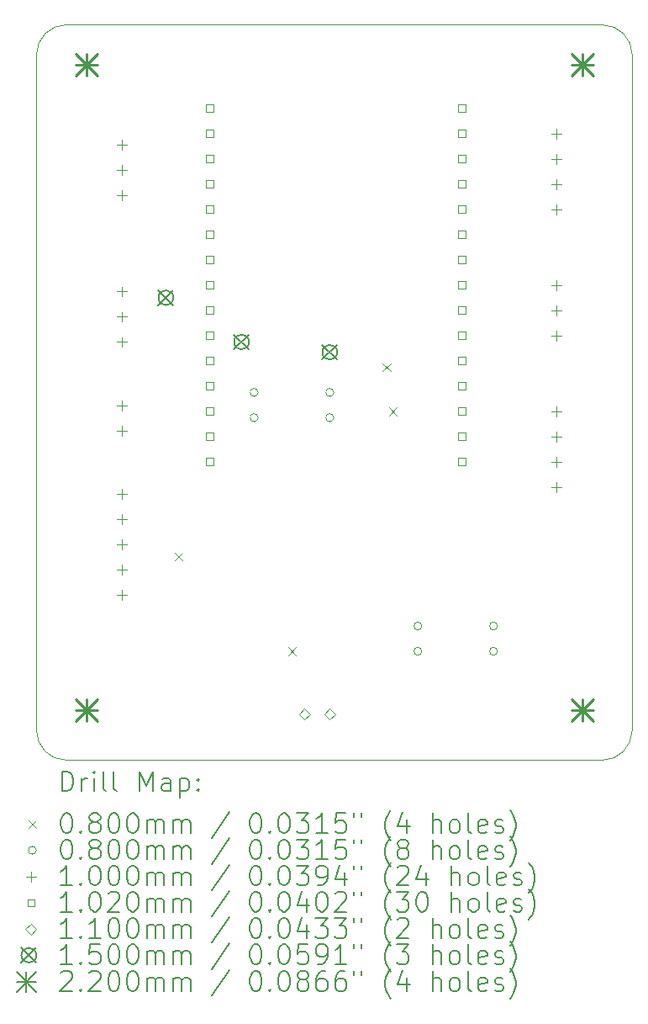
<source format=gbr>
%TF.GenerationSoftware,KiCad,Pcbnew,(6.0.7)*%
%TF.CreationDate,2022-08-26T02:08:34+02:00*%
%TF.ProjectId,airpcb_smd,61697270-6362-45f7-936d-642e6b696361,rev?*%
%TF.SameCoordinates,Original*%
%TF.FileFunction,Drillmap*%
%TF.FilePolarity,Positive*%
%FSLAX45Y45*%
G04 Gerber Fmt 4.5, Leading zero omitted, Abs format (unit mm)*
G04 Created by KiCad (PCBNEW (6.0.7)) date 2022-08-26 02:08:34*
%MOMM*%
%LPD*%
G01*
G04 APERTURE LIST*
%ADD10C,0.050000*%
%ADD11C,0.200000*%
%ADD12C,0.080000*%
%ADD13C,0.100000*%
%ADD14C,0.102000*%
%ADD15C,0.110000*%
%ADD16C,0.150000*%
%ADD17C,0.220000*%
G04 APERTURE END LIST*
D10*
X10300000Y-5000000D02*
G75*
G03*
X10000000Y-5300000I0J-300000D01*
G01*
X10300000Y-5000000D02*
X15700000Y-5000000D01*
X10000000Y-12100000D02*
G75*
G03*
X10300000Y-12400000I300000J0D01*
G01*
X16000000Y-5300000D02*
G75*
G03*
X15700000Y-5000000I-300000J0D01*
G01*
X16000000Y-5300000D02*
X16000000Y-12100000D01*
X10300000Y-12400000D02*
X15700000Y-12400000D01*
X10000000Y-5300000D02*
X10000000Y-12100000D01*
X15700000Y-12400000D02*
G75*
G03*
X16000000Y-12100000I0J300000D01*
G01*
D11*
D12*
X11390000Y-10310500D02*
X11470000Y-10390500D01*
X11470000Y-10310500D02*
X11390000Y-10390500D01*
X12533000Y-11263000D02*
X12613000Y-11343000D01*
X12613000Y-11263000D02*
X12533000Y-11343000D01*
X13485500Y-8405500D02*
X13565500Y-8485500D01*
X13565500Y-8405500D02*
X13485500Y-8485500D01*
X13549000Y-8850000D02*
X13629000Y-8930000D01*
X13629000Y-8850000D02*
X13549000Y-8930000D01*
X12232000Y-8699500D02*
G75*
G03*
X12232000Y-8699500I-40000J0D01*
G01*
X12232000Y-8953500D02*
G75*
G03*
X12232000Y-8953500I-40000J0D01*
G01*
X12994000Y-8699500D02*
G75*
G03*
X12994000Y-8699500I-40000J0D01*
G01*
X12994000Y-8953500D02*
G75*
G03*
X12994000Y-8953500I-40000J0D01*
G01*
X13882000Y-11049500D02*
G75*
G03*
X13882000Y-11049500I-40000J0D01*
G01*
X13882000Y-11303500D02*
G75*
G03*
X13882000Y-11303500I-40000J0D01*
G01*
X14644000Y-11049500D02*
G75*
G03*
X14644000Y-11049500I-40000J0D01*
G01*
X14644000Y-11303500D02*
G75*
G03*
X14644000Y-11303500I-40000J0D01*
G01*
D13*
X10858500Y-6156600D02*
X10858500Y-6256600D01*
X10808500Y-6206600D02*
X10908500Y-6206600D01*
X10858500Y-6410600D02*
X10858500Y-6510600D01*
X10808500Y-6460600D02*
X10908500Y-6460600D01*
X10858500Y-6664600D02*
X10858500Y-6764600D01*
X10808500Y-6714600D02*
X10908500Y-6714600D01*
X10858500Y-7633500D02*
X10858500Y-7733500D01*
X10808500Y-7683500D02*
X10908500Y-7683500D01*
X10858500Y-7887500D02*
X10858500Y-7987500D01*
X10808500Y-7937500D02*
X10908500Y-7937500D01*
X10858500Y-8141500D02*
X10858500Y-8241500D01*
X10808500Y-8191500D02*
X10908500Y-8191500D01*
X10861000Y-8778500D02*
X10861000Y-8878500D01*
X10811000Y-8828500D02*
X10911000Y-8828500D01*
X10861000Y-9032500D02*
X10861000Y-9132500D01*
X10811000Y-9082500D02*
X10911000Y-9082500D01*
X10861000Y-9668500D02*
X10861000Y-9768500D01*
X10811000Y-9718500D02*
X10911000Y-9718500D01*
X10861000Y-9922500D02*
X10861000Y-10022500D01*
X10811000Y-9972500D02*
X10911000Y-9972500D01*
X10861000Y-10176500D02*
X10861000Y-10276500D01*
X10811000Y-10226500D02*
X10911000Y-10226500D01*
X10861000Y-10430500D02*
X10861000Y-10530500D01*
X10811000Y-10480500D02*
X10911000Y-10480500D01*
X10861000Y-10684500D02*
X10861000Y-10784500D01*
X10811000Y-10734500D02*
X10911000Y-10734500D01*
X15240000Y-6046000D02*
X15240000Y-6146000D01*
X15190000Y-6096000D02*
X15290000Y-6096000D01*
X15240000Y-6300000D02*
X15240000Y-6400000D01*
X15190000Y-6350000D02*
X15290000Y-6350000D01*
X15240000Y-6554000D02*
X15240000Y-6654000D01*
X15190000Y-6604000D02*
X15290000Y-6604000D01*
X15240000Y-6808000D02*
X15240000Y-6908000D01*
X15190000Y-6858000D02*
X15290000Y-6858000D01*
X15240000Y-7570000D02*
X15240000Y-7670000D01*
X15190000Y-7620000D02*
X15290000Y-7620000D01*
X15240000Y-7824000D02*
X15240000Y-7924000D01*
X15190000Y-7874000D02*
X15290000Y-7874000D01*
X15240000Y-8078000D02*
X15240000Y-8178000D01*
X15190000Y-8128000D02*
X15290000Y-8128000D01*
X15240000Y-8840000D02*
X15240000Y-8940000D01*
X15190000Y-8890000D02*
X15290000Y-8890000D01*
X15240000Y-9094000D02*
X15240000Y-9194000D01*
X15190000Y-9144000D02*
X15290000Y-9144000D01*
X15240000Y-9348000D02*
X15240000Y-9448000D01*
X15190000Y-9398000D02*
X15290000Y-9398000D01*
X15240000Y-9602000D02*
X15240000Y-9702000D01*
X15190000Y-9652000D02*
X15290000Y-9652000D01*
D14*
X11782563Y-5873063D02*
X11782563Y-5800937D01*
X11710437Y-5800937D01*
X11710437Y-5873063D01*
X11782563Y-5873063D01*
X11782563Y-6127063D02*
X11782563Y-6054937D01*
X11710437Y-6054937D01*
X11710437Y-6127063D01*
X11782563Y-6127063D01*
X11782563Y-6381063D02*
X11782563Y-6308937D01*
X11710437Y-6308937D01*
X11710437Y-6381063D01*
X11782563Y-6381063D01*
X11782563Y-6635063D02*
X11782563Y-6562937D01*
X11710437Y-6562937D01*
X11710437Y-6635063D01*
X11782563Y-6635063D01*
X11782563Y-6889063D02*
X11782563Y-6816937D01*
X11710437Y-6816937D01*
X11710437Y-6889063D01*
X11782563Y-6889063D01*
X11782563Y-7143063D02*
X11782563Y-7070937D01*
X11710437Y-7070937D01*
X11710437Y-7143063D01*
X11782563Y-7143063D01*
X11782563Y-7397063D02*
X11782563Y-7324937D01*
X11710437Y-7324937D01*
X11710437Y-7397063D01*
X11782563Y-7397063D01*
X11782563Y-7651063D02*
X11782563Y-7578937D01*
X11710437Y-7578937D01*
X11710437Y-7651063D01*
X11782563Y-7651063D01*
X11782563Y-7905063D02*
X11782563Y-7832937D01*
X11710437Y-7832937D01*
X11710437Y-7905063D01*
X11782563Y-7905063D01*
X11782563Y-8159063D02*
X11782563Y-8086937D01*
X11710437Y-8086937D01*
X11710437Y-8159063D01*
X11782563Y-8159063D01*
X11782563Y-8413063D02*
X11782563Y-8340937D01*
X11710437Y-8340937D01*
X11710437Y-8413063D01*
X11782563Y-8413063D01*
X11782563Y-8667063D02*
X11782563Y-8594937D01*
X11710437Y-8594937D01*
X11710437Y-8667063D01*
X11782563Y-8667063D01*
X11782563Y-8921063D02*
X11782563Y-8848937D01*
X11710437Y-8848937D01*
X11710437Y-8921063D01*
X11782563Y-8921063D01*
X11782563Y-9175063D02*
X11782563Y-9102937D01*
X11710437Y-9102937D01*
X11710437Y-9175063D01*
X11782563Y-9175063D01*
X11782563Y-9429063D02*
X11782563Y-9356937D01*
X11710437Y-9356937D01*
X11710437Y-9429063D01*
X11782563Y-9429063D01*
X14322563Y-5873063D02*
X14322563Y-5800937D01*
X14250437Y-5800937D01*
X14250437Y-5873063D01*
X14322563Y-5873063D01*
X14322563Y-6127063D02*
X14322563Y-6054937D01*
X14250437Y-6054937D01*
X14250437Y-6127063D01*
X14322563Y-6127063D01*
X14322563Y-6381063D02*
X14322563Y-6308937D01*
X14250437Y-6308937D01*
X14250437Y-6381063D01*
X14322563Y-6381063D01*
X14322563Y-6635063D02*
X14322563Y-6562937D01*
X14250437Y-6562937D01*
X14250437Y-6635063D01*
X14322563Y-6635063D01*
X14322563Y-6889063D02*
X14322563Y-6816937D01*
X14250437Y-6816937D01*
X14250437Y-6889063D01*
X14322563Y-6889063D01*
X14322563Y-7143063D02*
X14322563Y-7070937D01*
X14250437Y-7070937D01*
X14250437Y-7143063D01*
X14322563Y-7143063D01*
X14322563Y-7397063D02*
X14322563Y-7324937D01*
X14250437Y-7324937D01*
X14250437Y-7397063D01*
X14322563Y-7397063D01*
X14322563Y-7651063D02*
X14322563Y-7578937D01*
X14250437Y-7578937D01*
X14250437Y-7651063D01*
X14322563Y-7651063D01*
X14322563Y-7905063D02*
X14322563Y-7832937D01*
X14250437Y-7832937D01*
X14250437Y-7905063D01*
X14322563Y-7905063D01*
X14322563Y-8159063D02*
X14322563Y-8086937D01*
X14250437Y-8086937D01*
X14250437Y-8159063D01*
X14322563Y-8159063D01*
X14322563Y-8413063D02*
X14322563Y-8340937D01*
X14250437Y-8340937D01*
X14250437Y-8413063D01*
X14322563Y-8413063D01*
X14322563Y-8667063D02*
X14322563Y-8594937D01*
X14250437Y-8594937D01*
X14250437Y-8667063D01*
X14322563Y-8667063D01*
X14322563Y-8921063D02*
X14322563Y-8848937D01*
X14250437Y-8848937D01*
X14250437Y-8921063D01*
X14322563Y-8921063D01*
X14322563Y-9175063D02*
X14322563Y-9102937D01*
X14250437Y-9102937D01*
X14250437Y-9175063D01*
X14322563Y-9175063D01*
X14322563Y-9429063D02*
X14322563Y-9356937D01*
X14250437Y-9356937D01*
X14250437Y-9429063D01*
X14322563Y-9429063D01*
D15*
X12700000Y-11993000D02*
X12755000Y-11938000D01*
X12700000Y-11883000D01*
X12645000Y-11938000D01*
X12700000Y-11993000D01*
X12954000Y-11993000D02*
X13009000Y-11938000D01*
X12954000Y-11883000D01*
X12899000Y-11938000D01*
X12954000Y-11993000D01*
D16*
X11228000Y-7672000D02*
X11378000Y-7822000D01*
X11378000Y-7672000D02*
X11228000Y-7822000D01*
X11378000Y-7747000D02*
G75*
G03*
X11378000Y-7747000I-75000J0D01*
G01*
X11990000Y-8116500D02*
X12140000Y-8266500D01*
X12140000Y-8116500D02*
X11990000Y-8266500D01*
X12140000Y-8191500D02*
G75*
G03*
X12140000Y-8191500I-75000J0D01*
G01*
X12879000Y-8219750D02*
X13029000Y-8369750D01*
X13029000Y-8219750D02*
X12879000Y-8369750D01*
X13029000Y-8294750D02*
G75*
G03*
X13029000Y-8294750I-75000J0D01*
G01*
D17*
X10390000Y-5290000D02*
X10610000Y-5510000D01*
X10610000Y-5290000D02*
X10390000Y-5510000D01*
X10500000Y-5290000D02*
X10500000Y-5510000D01*
X10390000Y-5400000D02*
X10610000Y-5400000D01*
X10390000Y-11790000D02*
X10610000Y-12010000D01*
X10610000Y-11790000D02*
X10390000Y-12010000D01*
X10500000Y-11790000D02*
X10500000Y-12010000D01*
X10390000Y-11900000D02*
X10610000Y-11900000D01*
X15390000Y-5290000D02*
X15610000Y-5510000D01*
X15610000Y-5290000D02*
X15390000Y-5510000D01*
X15500000Y-5290000D02*
X15500000Y-5510000D01*
X15390000Y-5400000D02*
X15610000Y-5400000D01*
X15390000Y-11790000D02*
X15610000Y-12010000D01*
X15610000Y-11790000D02*
X15390000Y-12010000D01*
X15500000Y-11790000D02*
X15500000Y-12010000D01*
X15390000Y-11900000D02*
X15610000Y-11900000D01*
D11*
X10255119Y-12712976D02*
X10255119Y-12512976D01*
X10302738Y-12512976D01*
X10331310Y-12522500D01*
X10350357Y-12541548D01*
X10359881Y-12560595D01*
X10369405Y-12598690D01*
X10369405Y-12627262D01*
X10359881Y-12665357D01*
X10350357Y-12684405D01*
X10331310Y-12703452D01*
X10302738Y-12712976D01*
X10255119Y-12712976D01*
X10455119Y-12712976D02*
X10455119Y-12579643D01*
X10455119Y-12617738D02*
X10464643Y-12598690D01*
X10474167Y-12589167D01*
X10493214Y-12579643D01*
X10512262Y-12579643D01*
X10578929Y-12712976D02*
X10578929Y-12579643D01*
X10578929Y-12512976D02*
X10569405Y-12522500D01*
X10578929Y-12532024D01*
X10588452Y-12522500D01*
X10578929Y-12512976D01*
X10578929Y-12532024D01*
X10702738Y-12712976D02*
X10683690Y-12703452D01*
X10674167Y-12684405D01*
X10674167Y-12512976D01*
X10807500Y-12712976D02*
X10788452Y-12703452D01*
X10778929Y-12684405D01*
X10778929Y-12512976D01*
X11036071Y-12712976D02*
X11036071Y-12512976D01*
X11102738Y-12655833D01*
X11169405Y-12512976D01*
X11169405Y-12712976D01*
X11350357Y-12712976D02*
X11350357Y-12608214D01*
X11340833Y-12589167D01*
X11321786Y-12579643D01*
X11283690Y-12579643D01*
X11264643Y-12589167D01*
X11350357Y-12703452D02*
X11331309Y-12712976D01*
X11283690Y-12712976D01*
X11264643Y-12703452D01*
X11255119Y-12684405D01*
X11255119Y-12665357D01*
X11264643Y-12646309D01*
X11283690Y-12636786D01*
X11331309Y-12636786D01*
X11350357Y-12627262D01*
X11445595Y-12579643D02*
X11445595Y-12779643D01*
X11445595Y-12589167D02*
X11464643Y-12579643D01*
X11502738Y-12579643D01*
X11521786Y-12589167D01*
X11531309Y-12598690D01*
X11540833Y-12617738D01*
X11540833Y-12674881D01*
X11531309Y-12693928D01*
X11521786Y-12703452D01*
X11502738Y-12712976D01*
X11464643Y-12712976D01*
X11445595Y-12703452D01*
X11626548Y-12693928D02*
X11636071Y-12703452D01*
X11626548Y-12712976D01*
X11617024Y-12703452D01*
X11626548Y-12693928D01*
X11626548Y-12712976D01*
X11626548Y-12589167D02*
X11636071Y-12598690D01*
X11626548Y-12608214D01*
X11617024Y-12598690D01*
X11626548Y-12589167D01*
X11626548Y-12608214D01*
D12*
X9917500Y-13002500D02*
X9997500Y-13082500D01*
X9997500Y-13002500D02*
X9917500Y-13082500D01*
D11*
X10293214Y-12932976D02*
X10312262Y-12932976D01*
X10331310Y-12942500D01*
X10340833Y-12952024D01*
X10350357Y-12971071D01*
X10359881Y-13009167D01*
X10359881Y-13056786D01*
X10350357Y-13094881D01*
X10340833Y-13113928D01*
X10331310Y-13123452D01*
X10312262Y-13132976D01*
X10293214Y-13132976D01*
X10274167Y-13123452D01*
X10264643Y-13113928D01*
X10255119Y-13094881D01*
X10245595Y-13056786D01*
X10245595Y-13009167D01*
X10255119Y-12971071D01*
X10264643Y-12952024D01*
X10274167Y-12942500D01*
X10293214Y-12932976D01*
X10445595Y-13113928D02*
X10455119Y-13123452D01*
X10445595Y-13132976D01*
X10436071Y-13123452D01*
X10445595Y-13113928D01*
X10445595Y-13132976D01*
X10569405Y-13018690D02*
X10550357Y-13009167D01*
X10540833Y-12999643D01*
X10531310Y-12980595D01*
X10531310Y-12971071D01*
X10540833Y-12952024D01*
X10550357Y-12942500D01*
X10569405Y-12932976D01*
X10607500Y-12932976D01*
X10626548Y-12942500D01*
X10636071Y-12952024D01*
X10645595Y-12971071D01*
X10645595Y-12980595D01*
X10636071Y-12999643D01*
X10626548Y-13009167D01*
X10607500Y-13018690D01*
X10569405Y-13018690D01*
X10550357Y-13028214D01*
X10540833Y-13037738D01*
X10531310Y-13056786D01*
X10531310Y-13094881D01*
X10540833Y-13113928D01*
X10550357Y-13123452D01*
X10569405Y-13132976D01*
X10607500Y-13132976D01*
X10626548Y-13123452D01*
X10636071Y-13113928D01*
X10645595Y-13094881D01*
X10645595Y-13056786D01*
X10636071Y-13037738D01*
X10626548Y-13028214D01*
X10607500Y-13018690D01*
X10769405Y-12932976D02*
X10788452Y-12932976D01*
X10807500Y-12942500D01*
X10817024Y-12952024D01*
X10826548Y-12971071D01*
X10836071Y-13009167D01*
X10836071Y-13056786D01*
X10826548Y-13094881D01*
X10817024Y-13113928D01*
X10807500Y-13123452D01*
X10788452Y-13132976D01*
X10769405Y-13132976D01*
X10750357Y-13123452D01*
X10740833Y-13113928D01*
X10731310Y-13094881D01*
X10721786Y-13056786D01*
X10721786Y-13009167D01*
X10731310Y-12971071D01*
X10740833Y-12952024D01*
X10750357Y-12942500D01*
X10769405Y-12932976D01*
X10959881Y-12932976D02*
X10978929Y-12932976D01*
X10997976Y-12942500D01*
X11007500Y-12952024D01*
X11017024Y-12971071D01*
X11026548Y-13009167D01*
X11026548Y-13056786D01*
X11017024Y-13094881D01*
X11007500Y-13113928D01*
X10997976Y-13123452D01*
X10978929Y-13132976D01*
X10959881Y-13132976D01*
X10940833Y-13123452D01*
X10931310Y-13113928D01*
X10921786Y-13094881D01*
X10912262Y-13056786D01*
X10912262Y-13009167D01*
X10921786Y-12971071D01*
X10931310Y-12952024D01*
X10940833Y-12942500D01*
X10959881Y-12932976D01*
X11112262Y-13132976D02*
X11112262Y-12999643D01*
X11112262Y-13018690D02*
X11121786Y-13009167D01*
X11140833Y-12999643D01*
X11169405Y-12999643D01*
X11188452Y-13009167D01*
X11197976Y-13028214D01*
X11197976Y-13132976D01*
X11197976Y-13028214D02*
X11207500Y-13009167D01*
X11226548Y-12999643D01*
X11255119Y-12999643D01*
X11274167Y-13009167D01*
X11283690Y-13028214D01*
X11283690Y-13132976D01*
X11378928Y-13132976D02*
X11378928Y-12999643D01*
X11378928Y-13018690D02*
X11388452Y-13009167D01*
X11407500Y-12999643D01*
X11436071Y-12999643D01*
X11455119Y-13009167D01*
X11464643Y-13028214D01*
X11464643Y-13132976D01*
X11464643Y-13028214D02*
X11474167Y-13009167D01*
X11493214Y-12999643D01*
X11521786Y-12999643D01*
X11540833Y-13009167D01*
X11550357Y-13028214D01*
X11550357Y-13132976D01*
X11940833Y-12923452D02*
X11769405Y-13180595D01*
X12197976Y-12932976D02*
X12217024Y-12932976D01*
X12236071Y-12942500D01*
X12245595Y-12952024D01*
X12255119Y-12971071D01*
X12264643Y-13009167D01*
X12264643Y-13056786D01*
X12255119Y-13094881D01*
X12245595Y-13113928D01*
X12236071Y-13123452D01*
X12217024Y-13132976D01*
X12197976Y-13132976D01*
X12178928Y-13123452D01*
X12169405Y-13113928D01*
X12159881Y-13094881D01*
X12150357Y-13056786D01*
X12150357Y-13009167D01*
X12159881Y-12971071D01*
X12169405Y-12952024D01*
X12178928Y-12942500D01*
X12197976Y-12932976D01*
X12350357Y-13113928D02*
X12359881Y-13123452D01*
X12350357Y-13132976D01*
X12340833Y-13123452D01*
X12350357Y-13113928D01*
X12350357Y-13132976D01*
X12483690Y-12932976D02*
X12502738Y-12932976D01*
X12521786Y-12942500D01*
X12531309Y-12952024D01*
X12540833Y-12971071D01*
X12550357Y-13009167D01*
X12550357Y-13056786D01*
X12540833Y-13094881D01*
X12531309Y-13113928D01*
X12521786Y-13123452D01*
X12502738Y-13132976D01*
X12483690Y-13132976D01*
X12464643Y-13123452D01*
X12455119Y-13113928D01*
X12445595Y-13094881D01*
X12436071Y-13056786D01*
X12436071Y-13009167D01*
X12445595Y-12971071D01*
X12455119Y-12952024D01*
X12464643Y-12942500D01*
X12483690Y-12932976D01*
X12617024Y-12932976D02*
X12740833Y-12932976D01*
X12674167Y-13009167D01*
X12702738Y-13009167D01*
X12721786Y-13018690D01*
X12731309Y-13028214D01*
X12740833Y-13047262D01*
X12740833Y-13094881D01*
X12731309Y-13113928D01*
X12721786Y-13123452D01*
X12702738Y-13132976D01*
X12645595Y-13132976D01*
X12626548Y-13123452D01*
X12617024Y-13113928D01*
X12931309Y-13132976D02*
X12817024Y-13132976D01*
X12874167Y-13132976D02*
X12874167Y-12932976D01*
X12855119Y-12961548D01*
X12836071Y-12980595D01*
X12817024Y-12990119D01*
X13112262Y-12932976D02*
X13017024Y-12932976D01*
X13007500Y-13028214D01*
X13017024Y-13018690D01*
X13036071Y-13009167D01*
X13083690Y-13009167D01*
X13102738Y-13018690D01*
X13112262Y-13028214D01*
X13121786Y-13047262D01*
X13121786Y-13094881D01*
X13112262Y-13113928D01*
X13102738Y-13123452D01*
X13083690Y-13132976D01*
X13036071Y-13132976D01*
X13017024Y-13123452D01*
X13007500Y-13113928D01*
X13197976Y-12932976D02*
X13197976Y-12971071D01*
X13274167Y-12932976D02*
X13274167Y-12971071D01*
X13569405Y-13209167D02*
X13559881Y-13199643D01*
X13540833Y-13171071D01*
X13531309Y-13152024D01*
X13521786Y-13123452D01*
X13512262Y-13075833D01*
X13512262Y-13037738D01*
X13521786Y-12990119D01*
X13531309Y-12961548D01*
X13540833Y-12942500D01*
X13559881Y-12913928D01*
X13569405Y-12904405D01*
X13731309Y-12999643D02*
X13731309Y-13132976D01*
X13683690Y-12923452D02*
X13636071Y-13066309D01*
X13759881Y-13066309D01*
X13988452Y-13132976D02*
X13988452Y-12932976D01*
X14074167Y-13132976D02*
X14074167Y-13028214D01*
X14064643Y-13009167D01*
X14045595Y-12999643D01*
X14017024Y-12999643D01*
X13997976Y-13009167D01*
X13988452Y-13018690D01*
X14197976Y-13132976D02*
X14178928Y-13123452D01*
X14169405Y-13113928D01*
X14159881Y-13094881D01*
X14159881Y-13037738D01*
X14169405Y-13018690D01*
X14178928Y-13009167D01*
X14197976Y-12999643D01*
X14226548Y-12999643D01*
X14245595Y-13009167D01*
X14255119Y-13018690D01*
X14264643Y-13037738D01*
X14264643Y-13094881D01*
X14255119Y-13113928D01*
X14245595Y-13123452D01*
X14226548Y-13132976D01*
X14197976Y-13132976D01*
X14378928Y-13132976D02*
X14359881Y-13123452D01*
X14350357Y-13104405D01*
X14350357Y-12932976D01*
X14531309Y-13123452D02*
X14512262Y-13132976D01*
X14474167Y-13132976D01*
X14455119Y-13123452D01*
X14445595Y-13104405D01*
X14445595Y-13028214D01*
X14455119Y-13009167D01*
X14474167Y-12999643D01*
X14512262Y-12999643D01*
X14531309Y-13009167D01*
X14540833Y-13028214D01*
X14540833Y-13047262D01*
X14445595Y-13066309D01*
X14617024Y-13123452D02*
X14636071Y-13132976D01*
X14674167Y-13132976D01*
X14693214Y-13123452D01*
X14702738Y-13104405D01*
X14702738Y-13094881D01*
X14693214Y-13075833D01*
X14674167Y-13066309D01*
X14645595Y-13066309D01*
X14626548Y-13056786D01*
X14617024Y-13037738D01*
X14617024Y-13028214D01*
X14626548Y-13009167D01*
X14645595Y-12999643D01*
X14674167Y-12999643D01*
X14693214Y-13009167D01*
X14769405Y-13209167D02*
X14778928Y-13199643D01*
X14797976Y-13171071D01*
X14807500Y-13152024D01*
X14817024Y-13123452D01*
X14826548Y-13075833D01*
X14826548Y-13037738D01*
X14817024Y-12990119D01*
X14807500Y-12961548D01*
X14797976Y-12942500D01*
X14778928Y-12913928D01*
X14769405Y-12904405D01*
D12*
X9997500Y-13306500D02*
G75*
G03*
X9997500Y-13306500I-40000J0D01*
G01*
D11*
X10293214Y-13196976D02*
X10312262Y-13196976D01*
X10331310Y-13206500D01*
X10340833Y-13216024D01*
X10350357Y-13235071D01*
X10359881Y-13273167D01*
X10359881Y-13320786D01*
X10350357Y-13358881D01*
X10340833Y-13377928D01*
X10331310Y-13387452D01*
X10312262Y-13396976D01*
X10293214Y-13396976D01*
X10274167Y-13387452D01*
X10264643Y-13377928D01*
X10255119Y-13358881D01*
X10245595Y-13320786D01*
X10245595Y-13273167D01*
X10255119Y-13235071D01*
X10264643Y-13216024D01*
X10274167Y-13206500D01*
X10293214Y-13196976D01*
X10445595Y-13377928D02*
X10455119Y-13387452D01*
X10445595Y-13396976D01*
X10436071Y-13387452D01*
X10445595Y-13377928D01*
X10445595Y-13396976D01*
X10569405Y-13282690D02*
X10550357Y-13273167D01*
X10540833Y-13263643D01*
X10531310Y-13244595D01*
X10531310Y-13235071D01*
X10540833Y-13216024D01*
X10550357Y-13206500D01*
X10569405Y-13196976D01*
X10607500Y-13196976D01*
X10626548Y-13206500D01*
X10636071Y-13216024D01*
X10645595Y-13235071D01*
X10645595Y-13244595D01*
X10636071Y-13263643D01*
X10626548Y-13273167D01*
X10607500Y-13282690D01*
X10569405Y-13282690D01*
X10550357Y-13292214D01*
X10540833Y-13301738D01*
X10531310Y-13320786D01*
X10531310Y-13358881D01*
X10540833Y-13377928D01*
X10550357Y-13387452D01*
X10569405Y-13396976D01*
X10607500Y-13396976D01*
X10626548Y-13387452D01*
X10636071Y-13377928D01*
X10645595Y-13358881D01*
X10645595Y-13320786D01*
X10636071Y-13301738D01*
X10626548Y-13292214D01*
X10607500Y-13282690D01*
X10769405Y-13196976D02*
X10788452Y-13196976D01*
X10807500Y-13206500D01*
X10817024Y-13216024D01*
X10826548Y-13235071D01*
X10836071Y-13273167D01*
X10836071Y-13320786D01*
X10826548Y-13358881D01*
X10817024Y-13377928D01*
X10807500Y-13387452D01*
X10788452Y-13396976D01*
X10769405Y-13396976D01*
X10750357Y-13387452D01*
X10740833Y-13377928D01*
X10731310Y-13358881D01*
X10721786Y-13320786D01*
X10721786Y-13273167D01*
X10731310Y-13235071D01*
X10740833Y-13216024D01*
X10750357Y-13206500D01*
X10769405Y-13196976D01*
X10959881Y-13196976D02*
X10978929Y-13196976D01*
X10997976Y-13206500D01*
X11007500Y-13216024D01*
X11017024Y-13235071D01*
X11026548Y-13273167D01*
X11026548Y-13320786D01*
X11017024Y-13358881D01*
X11007500Y-13377928D01*
X10997976Y-13387452D01*
X10978929Y-13396976D01*
X10959881Y-13396976D01*
X10940833Y-13387452D01*
X10931310Y-13377928D01*
X10921786Y-13358881D01*
X10912262Y-13320786D01*
X10912262Y-13273167D01*
X10921786Y-13235071D01*
X10931310Y-13216024D01*
X10940833Y-13206500D01*
X10959881Y-13196976D01*
X11112262Y-13396976D02*
X11112262Y-13263643D01*
X11112262Y-13282690D02*
X11121786Y-13273167D01*
X11140833Y-13263643D01*
X11169405Y-13263643D01*
X11188452Y-13273167D01*
X11197976Y-13292214D01*
X11197976Y-13396976D01*
X11197976Y-13292214D02*
X11207500Y-13273167D01*
X11226548Y-13263643D01*
X11255119Y-13263643D01*
X11274167Y-13273167D01*
X11283690Y-13292214D01*
X11283690Y-13396976D01*
X11378928Y-13396976D02*
X11378928Y-13263643D01*
X11378928Y-13282690D02*
X11388452Y-13273167D01*
X11407500Y-13263643D01*
X11436071Y-13263643D01*
X11455119Y-13273167D01*
X11464643Y-13292214D01*
X11464643Y-13396976D01*
X11464643Y-13292214D02*
X11474167Y-13273167D01*
X11493214Y-13263643D01*
X11521786Y-13263643D01*
X11540833Y-13273167D01*
X11550357Y-13292214D01*
X11550357Y-13396976D01*
X11940833Y-13187452D02*
X11769405Y-13444595D01*
X12197976Y-13196976D02*
X12217024Y-13196976D01*
X12236071Y-13206500D01*
X12245595Y-13216024D01*
X12255119Y-13235071D01*
X12264643Y-13273167D01*
X12264643Y-13320786D01*
X12255119Y-13358881D01*
X12245595Y-13377928D01*
X12236071Y-13387452D01*
X12217024Y-13396976D01*
X12197976Y-13396976D01*
X12178928Y-13387452D01*
X12169405Y-13377928D01*
X12159881Y-13358881D01*
X12150357Y-13320786D01*
X12150357Y-13273167D01*
X12159881Y-13235071D01*
X12169405Y-13216024D01*
X12178928Y-13206500D01*
X12197976Y-13196976D01*
X12350357Y-13377928D02*
X12359881Y-13387452D01*
X12350357Y-13396976D01*
X12340833Y-13387452D01*
X12350357Y-13377928D01*
X12350357Y-13396976D01*
X12483690Y-13196976D02*
X12502738Y-13196976D01*
X12521786Y-13206500D01*
X12531309Y-13216024D01*
X12540833Y-13235071D01*
X12550357Y-13273167D01*
X12550357Y-13320786D01*
X12540833Y-13358881D01*
X12531309Y-13377928D01*
X12521786Y-13387452D01*
X12502738Y-13396976D01*
X12483690Y-13396976D01*
X12464643Y-13387452D01*
X12455119Y-13377928D01*
X12445595Y-13358881D01*
X12436071Y-13320786D01*
X12436071Y-13273167D01*
X12445595Y-13235071D01*
X12455119Y-13216024D01*
X12464643Y-13206500D01*
X12483690Y-13196976D01*
X12617024Y-13196976D02*
X12740833Y-13196976D01*
X12674167Y-13273167D01*
X12702738Y-13273167D01*
X12721786Y-13282690D01*
X12731309Y-13292214D01*
X12740833Y-13311262D01*
X12740833Y-13358881D01*
X12731309Y-13377928D01*
X12721786Y-13387452D01*
X12702738Y-13396976D01*
X12645595Y-13396976D01*
X12626548Y-13387452D01*
X12617024Y-13377928D01*
X12931309Y-13396976D02*
X12817024Y-13396976D01*
X12874167Y-13396976D02*
X12874167Y-13196976D01*
X12855119Y-13225548D01*
X12836071Y-13244595D01*
X12817024Y-13254119D01*
X13112262Y-13196976D02*
X13017024Y-13196976D01*
X13007500Y-13292214D01*
X13017024Y-13282690D01*
X13036071Y-13273167D01*
X13083690Y-13273167D01*
X13102738Y-13282690D01*
X13112262Y-13292214D01*
X13121786Y-13311262D01*
X13121786Y-13358881D01*
X13112262Y-13377928D01*
X13102738Y-13387452D01*
X13083690Y-13396976D01*
X13036071Y-13396976D01*
X13017024Y-13387452D01*
X13007500Y-13377928D01*
X13197976Y-13196976D02*
X13197976Y-13235071D01*
X13274167Y-13196976D02*
X13274167Y-13235071D01*
X13569405Y-13473167D02*
X13559881Y-13463643D01*
X13540833Y-13435071D01*
X13531309Y-13416024D01*
X13521786Y-13387452D01*
X13512262Y-13339833D01*
X13512262Y-13301738D01*
X13521786Y-13254119D01*
X13531309Y-13225548D01*
X13540833Y-13206500D01*
X13559881Y-13177928D01*
X13569405Y-13168405D01*
X13674167Y-13282690D02*
X13655119Y-13273167D01*
X13645595Y-13263643D01*
X13636071Y-13244595D01*
X13636071Y-13235071D01*
X13645595Y-13216024D01*
X13655119Y-13206500D01*
X13674167Y-13196976D01*
X13712262Y-13196976D01*
X13731309Y-13206500D01*
X13740833Y-13216024D01*
X13750357Y-13235071D01*
X13750357Y-13244595D01*
X13740833Y-13263643D01*
X13731309Y-13273167D01*
X13712262Y-13282690D01*
X13674167Y-13282690D01*
X13655119Y-13292214D01*
X13645595Y-13301738D01*
X13636071Y-13320786D01*
X13636071Y-13358881D01*
X13645595Y-13377928D01*
X13655119Y-13387452D01*
X13674167Y-13396976D01*
X13712262Y-13396976D01*
X13731309Y-13387452D01*
X13740833Y-13377928D01*
X13750357Y-13358881D01*
X13750357Y-13320786D01*
X13740833Y-13301738D01*
X13731309Y-13292214D01*
X13712262Y-13282690D01*
X13988452Y-13396976D02*
X13988452Y-13196976D01*
X14074167Y-13396976D02*
X14074167Y-13292214D01*
X14064643Y-13273167D01*
X14045595Y-13263643D01*
X14017024Y-13263643D01*
X13997976Y-13273167D01*
X13988452Y-13282690D01*
X14197976Y-13396976D02*
X14178928Y-13387452D01*
X14169405Y-13377928D01*
X14159881Y-13358881D01*
X14159881Y-13301738D01*
X14169405Y-13282690D01*
X14178928Y-13273167D01*
X14197976Y-13263643D01*
X14226548Y-13263643D01*
X14245595Y-13273167D01*
X14255119Y-13282690D01*
X14264643Y-13301738D01*
X14264643Y-13358881D01*
X14255119Y-13377928D01*
X14245595Y-13387452D01*
X14226548Y-13396976D01*
X14197976Y-13396976D01*
X14378928Y-13396976D02*
X14359881Y-13387452D01*
X14350357Y-13368405D01*
X14350357Y-13196976D01*
X14531309Y-13387452D02*
X14512262Y-13396976D01*
X14474167Y-13396976D01*
X14455119Y-13387452D01*
X14445595Y-13368405D01*
X14445595Y-13292214D01*
X14455119Y-13273167D01*
X14474167Y-13263643D01*
X14512262Y-13263643D01*
X14531309Y-13273167D01*
X14540833Y-13292214D01*
X14540833Y-13311262D01*
X14445595Y-13330309D01*
X14617024Y-13387452D02*
X14636071Y-13396976D01*
X14674167Y-13396976D01*
X14693214Y-13387452D01*
X14702738Y-13368405D01*
X14702738Y-13358881D01*
X14693214Y-13339833D01*
X14674167Y-13330309D01*
X14645595Y-13330309D01*
X14626548Y-13320786D01*
X14617024Y-13301738D01*
X14617024Y-13292214D01*
X14626548Y-13273167D01*
X14645595Y-13263643D01*
X14674167Y-13263643D01*
X14693214Y-13273167D01*
X14769405Y-13473167D02*
X14778928Y-13463643D01*
X14797976Y-13435071D01*
X14807500Y-13416024D01*
X14817024Y-13387452D01*
X14826548Y-13339833D01*
X14826548Y-13301738D01*
X14817024Y-13254119D01*
X14807500Y-13225548D01*
X14797976Y-13206500D01*
X14778928Y-13177928D01*
X14769405Y-13168405D01*
D13*
X9947500Y-13520500D02*
X9947500Y-13620500D01*
X9897500Y-13570500D02*
X9997500Y-13570500D01*
D11*
X10359881Y-13660976D02*
X10245595Y-13660976D01*
X10302738Y-13660976D02*
X10302738Y-13460976D01*
X10283690Y-13489548D01*
X10264643Y-13508595D01*
X10245595Y-13518119D01*
X10445595Y-13641928D02*
X10455119Y-13651452D01*
X10445595Y-13660976D01*
X10436071Y-13651452D01*
X10445595Y-13641928D01*
X10445595Y-13660976D01*
X10578929Y-13460976D02*
X10597976Y-13460976D01*
X10617024Y-13470500D01*
X10626548Y-13480024D01*
X10636071Y-13499071D01*
X10645595Y-13537167D01*
X10645595Y-13584786D01*
X10636071Y-13622881D01*
X10626548Y-13641928D01*
X10617024Y-13651452D01*
X10597976Y-13660976D01*
X10578929Y-13660976D01*
X10559881Y-13651452D01*
X10550357Y-13641928D01*
X10540833Y-13622881D01*
X10531310Y-13584786D01*
X10531310Y-13537167D01*
X10540833Y-13499071D01*
X10550357Y-13480024D01*
X10559881Y-13470500D01*
X10578929Y-13460976D01*
X10769405Y-13460976D02*
X10788452Y-13460976D01*
X10807500Y-13470500D01*
X10817024Y-13480024D01*
X10826548Y-13499071D01*
X10836071Y-13537167D01*
X10836071Y-13584786D01*
X10826548Y-13622881D01*
X10817024Y-13641928D01*
X10807500Y-13651452D01*
X10788452Y-13660976D01*
X10769405Y-13660976D01*
X10750357Y-13651452D01*
X10740833Y-13641928D01*
X10731310Y-13622881D01*
X10721786Y-13584786D01*
X10721786Y-13537167D01*
X10731310Y-13499071D01*
X10740833Y-13480024D01*
X10750357Y-13470500D01*
X10769405Y-13460976D01*
X10959881Y-13460976D02*
X10978929Y-13460976D01*
X10997976Y-13470500D01*
X11007500Y-13480024D01*
X11017024Y-13499071D01*
X11026548Y-13537167D01*
X11026548Y-13584786D01*
X11017024Y-13622881D01*
X11007500Y-13641928D01*
X10997976Y-13651452D01*
X10978929Y-13660976D01*
X10959881Y-13660976D01*
X10940833Y-13651452D01*
X10931310Y-13641928D01*
X10921786Y-13622881D01*
X10912262Y-13584786D01*
X10912262Y-13537167D01*
X10921786Y-13499071D01*
X10931310Y-13480024D01*
X10940833Y-13470500D01*
X10959881Y-13460976D01*
X11112262Y-13660976D02*
X11112262Y-13527643D01*
X11112262Y-13546690D02*
X11121786Y-13537167D01*
X11140833Y-13527643D01*
X11169405Y-13527643D01*
X11188452Y-13537167D01*
X11197976Y-13556214D01*
X11197976Y-13660976D01*
X11197976Y-13556214D02*
X11207500Y-13537167D01*
X11226548Y-13527643D01*
X11255119Y-13527643D01*
X11274167Y-13537167D01*
X11283690Y-13556214D01*
X11283690Y-13660976D01*
X11378928Y-13660976D02*
X11378928Y-13527643D01*
X11378928Y-13546690D02*
X11388452Y-13537167D01*
X11407500Y-13527643D01*
X11436071Y-13527643D01*
X11455119Y-13537167D01*
X11464643Y-13556214D01*
X11464643Y-13660976D01*
X11464643Y-13556214D02*
X11474167Y-13537167D01*
X11493214Y-13527643D01*
X11521786Y-13527643D01*
X11540833Y-13537167D01*
X11550357Y-13556214D01*
X11550357Y-13660976D01*
X11940833Y-13451452D02*
X11769405Y-13708595D01*
X12197976Y-13460976D02*
X12217024Y-13460976D01*
X12236071Y-13470500D01*
X12245595Y-13480024D01*
X12255119Y-13499071D01*
X12264643Y-13537167D01*
X12264643Y-13584786D01*
X12255119Y-13622881D01*
X12245595Y-13641928D01*
X12236071Y-13651452D01*
X12217024Y-13660976D01*
X12197976Y-13660976D01*
X12178928Y-13651452D01*
X12169405Y-13641928D01*
X12159881Y-13622881D01*
X12150357Y-13584786D01*
X12150357Y-13537167D01*
X12159881Y-13499071D01*
X12169405Y-13480024D01*
X12178928Y-13470500D01*
X12197976Y-13460976D01*
X12350357Y-13641928D02*
X12359881Y-13651452D01*
X12350357Y-13660976D01*
X12340833Y-13651452D01*
X12350357Y-13641928D01*
X12350357Y-13660976D01*
X12483690Y-13460976D02*
X12502738Y-13460976D01*
X12521786Y-13470500D01*
X12531309Y-13480024D01*
X12540833Y-13499071D01*
X12550357Y-13537167D01*
X12550357Y-13584786D01*
X12540833Y-13622881D01*
X12531309Y-13641928D01*
X12521786Y-13651452D01*
X12502738Y-13660976D01*
X12483690Y-13660976D01*
X12464643Y-13651452D01*
X12455119Y-13641928D01*
X12445595Y-13622881D01*
X12436071Y-13584786D01*
X12436071Y-13537167D01*
X12445595Y-13499071D01*
X12455119Y-13480024D01*
X12464643Y-13470500D01*
X12483690Y-13460976D01*
X12617024Y-13460976D02*
X12740833Y-13460976D01*
X12674167Y-13537167D01*
X12702738Y-13537167D01*
X12721786Y-13546690D01*
X12731309Y-13556214D01*
X12740833Y-13575262D01*
X12740833Y-13622881D01*
X12731309Y-13641928D01*
X12721786Y-13651452D01*
X12702738Y-13660976D01*
X12645595Y-13660976D01*
X12626548Y-13651452D01*
X12617024Y-13641928D01*
X12836071Y-13660976D02*
X12874167Y-13660976D01*
X12893214Y-13651452D01*
X12902738Y-13641928D01*
X12921786Y-13613357D01*
X12931309Y-13575262D01*
X12931309Y-13499071D01*
X12921786Y-13480024D01*
X12912262Y-13470500D01*
X12893214Y-13460976D01*
X12855119Y-13460976D01*
X12836071Y-13470500D01*
X12826548Y-13480024D01*
X12817024Y-13499071D01*
X12817024Y-13546690D01*
X12826548Y-13565738D01*
X12836071Y-13575262D01*
X12855119Y-13584786D01*
X12893214Y-13584786D01*
X12912262Y-13575262D01*
X12921786Y-13565738D01*
X12931309Y-13546690D01*
X13102738Y-13527643D02*
X13102738Y-13660976D01*
X13055119Y-13451452D02*
X13007500Y-13594309D01*
X13131309Y-13594309D01*
X13197976Y-13460976D02*
X13197976Y-13499071D01*
X13274167Y-13460976D02*
X13274167Y-13499071D01*
X13569405Y-13737167D02*
X13559881Y-13727643D01*
X13540833Y-13699071D01*
X13531309Y-13680024D01*
X13521786Y-13651452D01*
X13512262Y-13603833D01*
X13512262Y-13565738D01*
X13521786Y-13518119D01*
X13531309Y-13489548D01*
X13540833Y-13470500D01*
X13559881Y-13441928D01*
X13569405Y-13432405D01*
X13636071Y-13480024D02*
X13645595Y-13470500D01*
X13664643Y-13460976D01*
X13712262Y-13460976D01*
X13731309Y-13470500D01*
X13740833Y-13480024D01*
X13750357Y-13499071D01*
X13750357Y-13518119D01*
X13740833Y-13546690D01*
X13626548Y-13660976D01*
X13750357Y-13660976D01*
X13921786Y-13527643D02*
X13921786Y-13660976D01*
X13874167Y-13451452D02*
X13826548Y-13594309D01*
X13950357Y-13594309D01*
X14178928Y-13660976D02*
X14178928Y-13460976D01*
X14264643Y-13660976D02*
X14264643Y-13556214D01*
X14255119Y-13537167D01*
X14236071Y-13527643D01*
X14207500Y-13527643D01*
X14188452Y-13537167D01*
X14178928Y-13546690D01*
X14388452Y-13660976D02*
X14369405Y-13651452D01*
X14359881Y-13641928D01*
X14350357Y-13622881D01*
X14350357Y-13565738D01*
X14359881Y-13546690D01*
X14369405Y-13537167D01*
X14388452Y-13527643D01*
X14417024Y-13527643D01*
X14436071Y-13537167D01*
X14445595Y-13546690D01*
X14455119Y-13565738D01*
X14455119Y-13622881D01*
X14445595Y-13641928D01*
X14436071Y-13651452D01*
X14417024Y-13660976D01*
X14388452Y-13660976D01*
X14569405Y-13660976D02*
X14550357Y-13651452D01*
X14540833Y-13632405D01*
X14540833Y-13460976D01*
X14721786Y-13651452D02*
X14702738Y-13660976D01*
X14664643Y-13660976D01*
X14645595Y-13651452D01*
X14636071Y-13632405D01*
X14636071Y-13556214D01*
X14645595Y-13537167D01*
X14664643Y-13527643D01*
X14702738Y-13527643D01*
X14721786Y-13537167D01*
X14731309Y-13556214D01*
X14731309Y-13575262D01*
X14636071Y-13594309D01*
X14807500Y-13651452D02*
X14826548Y-13660976D01*
X14864643Y-13660976D01*
X14883690Y-13651452D01*
X14893214Y-13632405D01*
X14893214Y-13622881D01*
X14883690Y-13603833D01*
X14864643Y-13594309D01*
X14836071Y-13594309D01*
X14817024Y-13584786D01*
X14807500Y-13565738D01*
X14807500Y-13556214D01*
X14817024Y-13537167D01*
X14836071Y-13527643D01*
X14864643Y-13527643D01*
X14883690Y-13537167D01*
X14959881Y-13737167D02*
X14969405Y-13727643D01*
X14988452Y-13699071D01*
X14997976Y-13680024D01*
X15007500Y-13651452D01*
X15017024Y-13603833D01*
X15017024Y-13565738D01*
X15007500Y-13518119D01*
X14997976Y-13489548D01*
X14988452Y-13470500D01*
X14969405Y-13441928D01*
X14959881Y-13432405D01*
D14*
X9982563Y-13870563D02*
X9982563Y-13798437D01*
X9910437Y-13798437D01*
X9910437Y-13870563D01*
X9982563Y-13870563D01*
D11*
X10359881Y-13924976D02*
X10245595Y-13924976D01*
X10302738Y-13924976D02*
X10302738Y-13724976D01*
X10283690Y-13753548D01*
X10264643Y-13772595D01*
X10245595Y-13782119D01*
X10445595Y-13905928D02*
X10455119Y-13915452D01*
X10445595Y-13924976D01*
X10436071Y-13915452D01*
X10445595Y-13905928D01*
X10445595Y-13924976D01*
X10578929Y-13724976D02*
X10597976Y-13724976D01*
X10617024Y-13734500D01*
X10626548Y-13744024D01*
X10636071Y-13763071D01*
X10645595Y-13801167D01*
X10645595Y-13848786D01*
X10636071Y-13886881D01*
X10626548Y-13905928D01*
X10617024Y-13915452D01*
X10597976Y-13924976D01*
X10578929Y-13924976D01*
X10559881Y-13915452D01*
X10550357Y-13905928D01*
X10540833Y-13886881D01*
X10531310Y-13848786D01*
X10531310Y-13801167D01*
X10540833Y-13763071D01*
X10550357Y-13744024D01*
X10559881Y-13734500D01*
X10578929Y-13724976D01*
X10721786Y-13744024D02*
X10731310Y-13734500D01*
X10750357Y-13724976D01*
X10797976Y-13724976D01*
X10817024Y-13734500D01*
X10826548Y-13744024D01*
X10836071Y-13763071D01*
X10836071Y-13782119D01*
X10826548Y-13810690D01*
X10712262Y-13924976D01*
X10836071Y-13924976D01*
X10959881Y-13724976D02*
X10978929Y-13724976D01*
X10997976Y-13734500D01*
X11007500Y-13744024D01*
X11017024Y-13763071D01*
X11026548Y-13801167D01*
X11026548Y-13848786D01*
X11017024Y-13886881D01*
X11007500Y-13905928D01*
X10997976Y-13915452D01*
X10978929Y-13924976D01*
X10959881Y-13924976D01*
X10940833Y-13915452D01*
X10931310Y-13905928D01*
X10921786Y-13886881D01*
X10912262Y-13848786D01*
X10912262Y-13801167D01*
X10921786Y-13763071D01*
X10931310Y-13744024D01*
X10940833Y-13734500D01*
X10959881Y-13724976D01*
X11112262Y-13924976D02*
X11112262Y-13791643D01*
X11112262Y-13810690D02*
X11121786Y-13801167D01*
X11140833Y-13791643D01*
X11169405Y-13791643D01*
X11188452Y-13801167D01*
X11197976Y-13820214D01*
X11197976Y-13924976D01*
X11197976Y-13820214D02*
X11207500Y-13801167D01*
X11226548Y-13791643D01*
X11255119Y-13791643D01*
X11274167Y-13801167D01*
X11283690Y-13820214D01*
X11283690Y-13924976D01*
X11378928Y-13924976D02*
X11378928Y-13791643D01*
X11378928Y-13810690D02*
X11388452Y-13801167D01*
X11407500Y-13791643D01*
X11436071Y-13791643D01*
X11455119Y-13801167D01*
X11464643Y-13820214D01*
X11464643Y-13924976D01*
X11464643Y-13820214D02*
X11474167Y-13801167D01*
X11493214Y-13791643D01*
X11521786Y-13791643D01*
X11540833Y-13801167D01*
X11550357Y-13820214D01*
X11550357Y-13924976D01*
X11940833Y-13715452D02*
X11769405Y-13972595D01*
X12197976Y-13724976D02*
X12217024Y-13724976D01*
X12236071Y-13734500D01*
X12245595Y-13744024D01*
X12255119Y-13763071D01*
X12264643Y-13801167D01*
X12264643Y-13848786D01*
X12255119Y-13886881D01*
X12245595Y-13905928D01*
X12236071Y-13915452D01*
X12217024Y-13924976D01*
X12197976Y-13924976D01*
X12178928Y-13915452D01*
X12169405Y-13905928D01*
X12159881Y-13886881D01*
X12150357Y-13848786D01*
X12150357Y-13801167D01*
X12159881Y-13763071D01*
X12169405Y-13744024D01*
X12178928Y-13734500D01*
X12197976Y-13724976D01*
X12350357Y-13905928D02*
X12359881Y-13915452D01*
X12350357Y-13924976D01*
X12340833Y-13915452D01*
X12350357Y-13905928D01*
X12350357Y-13924976D01*
X12483690Y-13724976D02*
X12502738Y-13724976D01*
X12521786Y-13734500D01*
X12531309Y-13744024D01*
X12540833Y-13763071D01*
X12550357Y-13801167D01*
X12550357Y-13848786D01*
X12540833Y-13886881D01*
X12531309Y-13905928D01*
X12521786Y-13915452D01*
X12502738Y-13924976D01*
X12483690Y-13924976D01*
X12464643Y-13915452D01*
X12455119Y-13905928D01*
X12445595Y-13886881D01*
X12436071Y-13848786D01*
X12436071Y-13801167D01*
X12445595Y-13763071D01*
X12455119Y-13744024D01*
X12464643Y-13734500D01*
X12483690Y-13724976D01*
X12721786Y-13791643D02*
X12721786Y-13924976D01*
X12674167Y-13715452D02*
X12626548Y-13858309D01*
X12750357Y-13858309D01*
X12864643Y-13724976D02*
X12883690Y-13724976D01*
X12902738Y-13734500D01*
X12912262Y-13744024D01*
X12921786Y-13763071D01*
X12931309Y-13801167D01*
X12931309Y-13848786D01*
X12921786Y-13886881D01*
X12912262Y-13905928D01*
X12902738Y-13915452D01*
X12883690Y-13924976D01*
X12864643Y-13924976D01*
X12845595Y-13915452D01*
X12836071Y-13905928D01*
X12826548Y-13886881D01*
X12817024Y-13848786D01*
X12817024Y-13801167D01*
X12826548Y-13763071D01*
X12836071Y-13744024D01*
X12845595Y-13734500D01*
X12864643Y-13724976D01*
X13007500Y-13744024D02*
X13017024Y-13734500D01*
X13036071Y-13724976D01*
X13083690Y-13724976D01*
X13102738Y-13734500D01*
X13112262Y-13744024D01*
X13121786Y-13763071D01*
X13121786Y-13782119D01*
X13112262Y-13810690D01*
X12997976Y-13924976D01*
X13121786Y-13924976D01*
X13197976Y-13724976D02*
X13197976Y-13763071D01*
X13274167Y-13724976D02*
X13274167Y-13763071D01*
X13569405Y-14001167D02*
X13559881Y-13991643D01*
X13540833Y-13963071D01*
X13531309Y-13944024D01*
X13521786Y-13915452D01*
X13512262Y-13867833D01*
X13512262Y-13829738D01*
X13521786Y-13782119D01*
X13531309Y-13753548D01*
X13540833Y-13734500D01*
X13559881Y-13705928D01*
X13569405Y-13696405D01*
X13626548Y-13724976D02*
X13750357Y-13724976D01*
X13683690Y-13801167D01*
X13712262Y-13801167D01*
X13731309Y-13810690D01*
X13740833Y-13820214D01*
X13750357Y-13839262D01*
X13750357Y-13886881D01*
X13740833Y-13905928D01*
X13731309Y-13915452D01*
X13712262Y-13924976D01*
X13655119Y-13924976D01*
X13636071Y-13915452D01*
X13626548Y-13905928D01*
X13874167Y-13724976D02*
X13893214Y-13724976D01*
X13912262Y-13734500D01*
X13921786Y-13744024D01*
X13931309Y-13763071D01*
X13940833Y-13801167D01*
X13940833Y-13848786D01*
X13931309Y-13886881D01*
X13921786Y-13905928D01*
X13912262Y-13915452D01*
X13893214Y-13924976D01*
X13874167Y-13924976D01*
X13855119Y-13915452D01*
X13845595Y-13905928D01*
X13836071Y-13886881D01*
X13826548Y-13848786D01*
X13826548Y-13801167D01*
X13836071Y-13763071D01*
X13845595Y-13744024D01*
X13855119Y-13734500D01*
X13874167Y-13724976D01*
X14178928Y-13924976D02*
X14178928Y-13724976D01*
X14264643Y-13924976D02*
X14264643Y-13820214D01*
X14255119Y-13801167D01*
X14236071Y-13791643D01*
X14207500Y-13791643D01*
X14188452Y-13801167D01*
X14178928Y-13810690D01*
X14388452Y-13924976D02*
X14369405Y-13915452D01*
X14359881Y-13905928D01*
X14350357Y-13886881D01*
X14350357Y-13829738D01*
X14359881Y-13810690D01*
X14369405Y-13801167D01*
X14388452Y-13791643D01*
X14417024Y-13791643D01*
X14436071Y-13801167D01*
X14445595Y-13810690D01*
X14455119Y-13829738D01*
X14455119Y-13886881D01*
X14445595Y-13905928D01*
X14436071Y-13915452D01*
X14417024Y-13924976D01*
X14388452Y-13924976D01*
X14569405Y-13924976D02*
X14550357Y-13915452D01*
X14540833Y-13896405D01*
X14540833Y-13724976D01*
X14721786Y-13915452D02*
X14702738Y-13924976D01*
X14664643Y-13924976D01*
X14645595Y-13915452D01*
X14636071Y-13896405D01*
X14636071Y-13820214D01*
X14645595Y-13801167D01*
X14664643Y-13791643D01*
X14702738Y-13791643D01*
X14721786Y-13801167D01*
X14731309Y-13820214D01*
X14731309Y-13839262D01*
X14636071Y-13858309D01*
X14807500Y-13915452D02*
X14826548Y-13924976D01*
X14864643Y-13924976D01*
X14883690Y-13915452D01*
X14893214Y-13896405D01*
X14893214Y-13886881D01*
X14883690Y-13867833D01*
X14864643Y-13858309D01*
X14836071Y-13858309D01*
X14817024Y-13848786D01*
X14807500Y-13829738D01*
X14807500Y-13820214D01*
X14817024Y-13801167D01*
X14836071Y-13791643D01*
X14864643Y-13791643D01*
X14883690Y-13801167D01*
X14959881Y-14001167D02*
X14969405Y-13991643D01*
X14988452Y-13963071D01*
X14997976Y-13944024D01*
X15007500Y-13915452D01*
X15017024Y-13867833D01*
X15017024Y-13829738D01*
X15007500Y-13782119D01*
X14997976Y-13753548D01*
X14988452Y-13734500D01*
X14969405Y-13705928D01*
X14959881Y-13696405D01*
D15*
X9942500Y-14153500D02*
X9997500Y-14098500D01*
X9942500Y-14043500D01*
X9887500Y-14098500D01*
X9942500Y-14153500D01*
D11*
X10359881Y-14188976D02*
X10245595Y-14188976D01*
X10302738Y-14188976D02*
X10302738Y-13988976D01*
X10283690Y-14017548D01*
X10264643Y-14036595D01*
X10245595Y-14046119D01*
X10445595Y-14169928D02*
X10455119Y-14179452D01*
X10445595Y-14188976D01*
X10436071Y-14179452D01*
X10445595Y-14169928D01*
X10445595Y-14188976D01*
X10645595Y-14188976D02*
X10531310Y-14188976D01*
X10588452Y-14188976D02*
X10588452Y-13988976D01*
X10569405Y-14017548D01*
X10550357Y-14036595D01*
X10531310Y-14046119D01*
X10769405Y-13988976D02*
X10788452Y-13988976D01*
X10807500Y-13998500D01*
X10817024Y-14008024D01*
X10826548Y-14027071D01*
X10836071Y-14065167D01*
X10836071Y-14112786D01*
X10826548Y-14150881D01*
X10817024Y-14169928D01*
X10807500Y-14179452D01*
X10788452Y-14188976D01*
X10769405Y-14188976D01*
X10750357Y-14179452D01*
X10740833Y-14169928D01*
X10731310Y-14150881D01*
X10721786Y-14112786D01*
X10721786Y-14065167D01*
X10731310Y-14027071D01*
X10740833Y-14008024D01*
X10750357Y-13998500D01*
X10769405Y-13988976D01*
X10959881Y-13988976D02*
X10978929Y-13988976D01*
X10997976Y-13998500D01*
X11007500Y-14008024D01*
X11017024Y-14027071D01*
X11026548Y-14065167D01*
X11026548Y-14112786D01*
X11017024Y-14150881D01*
X11007500Y-14169928D01*
X10997976Y-14179452D01*
X10978929Y-14188976D01*
X10959881Y-14188976D01*
X10940833Y-14179452D01*
X10931310Y-14169928D01*
X10921786Y-14150881D01*
X10912262Y-14112786D01*
X10912262Y-14065167D01*
X10921786Y-14027071D01*
X10931310Y-14008024D01*
X10940833Y-13998500D01*
X10959881Y-13988976D01*
X11112262Y-14188976D02*
X11112262Y-14055643D01*
X11112262Y-14074690D02*
X11121786Y-14065167D01*
X11140833Y-14055643D01*
X11169405Y-14055643D01*
X11188452Y-14065167D01*
X11197976Y-14084214D01*
X11197976Y-14188976D01*
X11197976Y-14084214D02*
X11207500Y-14065167D01*
X11226548Y-14055643D01*
X11255119Y-14055643D01*
X11274167Y-14065167D01*
X11283690Y-14084214D01*
X11283690Y-14188976D01*
X11378928Y-14188976D02*
X11378928Y-14055643D01*
X11378928Y-14074690D02*
X11388452Y-14065167D01*
X11407500Y-14055643D01*
X11436071Y-14055643D01*
X11455119Y-14065167D01*
X11464643Y-14084214D01*
X11464643Y-14188976D01*
X11464643Y-14084214D02*
X11474167Y-14065167D01*
X11493214Y-14055643D01*
X11521786Y-14055643D01*
X11540833Y-14065167D01*
X11550357Y-14084214D01*
X11550357Y-14188976D01*
X11940833Y-13979452D02*
X11769405Y-14236595D01*
X12197976Y-13988976D02*
X12217024Y-13988976D01*
X12236071Y-13998500D01*
X12245595Y-14008024D01*
X12255119Y-14027071D01*
X12264643Y-14065167D01*
X12264643Y-14112786D01*
X12255119Y-14150881D01*
X12245595Y-14169928D01*
X12236071Y-14179452D01*
X12217024Y-14188976D01*
X12197976Y-14188976D01*
X12178928Y-14179452D01*
X12169405Y-14169928D01*
X12159881Y-14150881D01*
X12150357Y-14112786D01*
X12150357Y-14065167D01*
X12159881Y-14027071D01*
X12169405Y-14008024D01*
X12178928Y-13998500D01*
X12197976Y-13988976D01*
X12350357Y-14169928D02*
X12359881Y-14179452D01*
X12350357Y-14188976D01*
X12340833Y-14179452D01*
X12350357Y-14169928D01*
X12350357Y-14188976D01*
X12483690Y-13988976D02*
X12502738Y-13988976D01*
X12521786Y-13998500D01*
X12531309Y-14008024D01*
X12540833Y-14027071D01*
X12550357Y-14065167D01*
X12550357Y-14112786D01*
X12540833Y-14150881D01*
X12531309Y-14169928D01*
X12521786Y-14179452D01*
X12502738Y-14188976D01*
X12483690Y-14188976D01*
X12464643Y-14179452D01*
X12455119Y-14169928D01*
X12445595Y-14150881D01*
X12436071Y-14112786D01*
X12436071Y-14065167D01*
X12445595Y-14027071D01*
X12455119Y-14008024D01*
X12464643Y-13998500D01*
X12483690Y-13988976D01*
X12721786Y-14055643D02*
X12721786Y-14188976D01*
X12674167Y-13979452D02*
X12626548Y-14122309D01*
X12750357Y-14122309D01*
X12807500Y-13988976D02*
X12931309Y-13988976D01*
X12864643Y-14065167D01*
X12893214Y-14065167D01*
X12912262Y-14074690D01*
X12921786Y-14084214D01*
X12931309Y-14103262D01*
X12931309Y-14150881D01*
X12921786Y-14169928D01*
X12912262Y-14179452D01*
X12893214Y-14188976D01*
X12836071Y-14188976D01*
X12817024Y-14179452D01*
X12807500Y-14169928D01*
X12997976Y-13988976D02*
X13121786Y-13988976D01*
X13055119Y-14065167D01*
X13083690Y-14065167D01*
X13102738Y-14074690D01*
X13112262Y-14084214D01*
X13121786Y-14103262D01*
X13121786Y-14150881D01*
X13112262Y-14169928D01*
X13102738Y-14179452D01*
X13083690Y-14188976D01*
X13026548Y-14188976D01*
X13007500Y-14179452D01*
X12997976Y-14169928D01*
X13197976Y-13988976D02*
X13197976Y-14027071D01*
X13274167Y-13988976D02*
X13274167Y-14027071D01*
X13569405Y-14265167D02*
X13559881Y-14255643D01*
X13540833Y-14227071D01*
X13531309Y-14208024D01*
X13521786Y-14179452D01*
X13512262Y-14131833D01*
X13512262Y-14093738D01*
X13521786Y-14046119D01*
X13531309Y-14017548D01*
X13540833Y-13998500D01*
X13559881Y-13969928D01*
X13569405Y-13960405D01*
X13636071Y-14008024D02*
X13645595Y-13998500D01*
X13664643Y-13988976D01*
X13712262Y-13988976D01*
X13731309Y-13998500D01*
X13740833Y-14008024D01*
X13750357Y-14027071D01*
X13750357Y-14046119D01*
X13740833Y-14074690D01*
X13626548Y-14188976D01*
X13750357Y-14188976D01*
X13988452Y-14188976D02*
X13988452Y-13988976D01*
X14074167Y-14188976D02*
X14074167Y-14084214D01*
X14064643Y-14065167D01*
X14045595Y-14055643D01*
X14017024Y-14055643D01*
X13997976Y-14065167D01*
X13988452Y-14074690D01*
X14197976Y-14188976D02*
X14178928Y-14179452D01*
X14169405Y-14169928D01*
X14159881Y-14150881D01*
X14159881Y-14093738D01*
X14169405Y-14074690D01*
X14178928Y-14065167D01*
X14197976Y-14055643D01*
X14226548Y-14055643D01*
X14245595Y-14065167D01*
X14255119Y-14074690D01*
X14264643Y-14093738D01*
X14264643Y-14150881D01*
X14255119Y-14169928D01*
X14245595Y-14179452D01*
X14226548Y-14188976D01*
X14197976Y-14188976D01*
X14378928Y-14188976D02*
X14359881Y-14179452D01*
X14350357Y-14160405D01*
X14350357Y-13988976D01*
X14531309Y-14179452D02*
X14512262Y-14188976D01*
X14474167Y-14188976D01*
X14455119Y-14179452D01*
X14445595Y-14160405D01*
X14445595Y-14084214D01*
X14455119Y-14065167D01*
X14474167Y-14055643D01*
X14512262Y-14055643D01*
X14531309Y-14065167D01*
X14540833Y-14084214D01*
X14540833Y-14103262D01*
X14445595Y-14122309D01*
X14617024Y-14179452D02*
X14636071Y-14188976D01*
X14674167Y-14188976D01*
X14693214Y-14179452D01*
X14702738Y-14160405D01*
X14702738Y-14150881D01*
X14693214Y-14131833D01*
X14674167Y-14122309D01*
X14645595Y-14122309D01*
X14626548Y-14112786D01*
X14617024Y-14093738D01*
X14617024Y-14084214D01*
X14626548Y-14065167D01*
X14645595Y-14055643D01*
X14674167Y-14055643D01*
X14693214Y-14065167D01*
X14769405Y-14265167D02*
X14778928Y-14255643D01*
X14797976Y-14227071D01*
X14807500Y-14208024D01*
X14817024Y-14179452D01*
X14826548Y-14131833D01*
X14826548Y-14093738D01*
X14817024Y-14046119D01*
X14807500Y-14017548D01*
X14797976Y-13998500D01*
X14778928Y-13969928D01*
X14769405Y-13960405D01*
D16*
X9847500Y-14287500D02*
X9997500Y-14437500D01*
X9997500Y-14287500D02*
X9847500Y-14437500D01*
X9997500Y-14362500D02*
G75*
G03*
X9997500Y-14362500I-75000J0D01*
G01*
D11*
X10359881Y-14452976D02*
X10245595Y-14452976D01*
X10302738Y-14452976D02*
X10302738Y-14252976D01*
X10283690Y-14281548D01*
X10264643Y-14300595D01*
X10245595Y-14310119D01*
X10445595Y-14433928D02*
X10455119Y-14443452D01*
X10445595Y-14452976D01*
X10436071Y-14443452D01*
X10445595Y-14433928D01*
X10445595Y-14452976D01*
X10636071Y-14252976D02*
X10540833Y-14252976D01*
X10531310Y-14348214D01*
X10540833Y-14338690D01*
X10559881Y-14329167D01*
X10607500Y-14329167D01*
X10626548Y-14338690D01*
X10636071Y-14348214D01*
X10645595Y-14367262D01*
X10645595Y-14414881D01*
X10636071Y-14433928D01*
X10626548Y-14443452D01*
X10607500Y-14452976D01*
X10559881Y-14452976D01*
X10540833Y-14443452D01*
X10531310Y-14433928D01*
X10769405Y-14252976D02*
X10788452Y-14252976D01*
X10807500Y-14262500D01*
X10817024Y-14272024D01*
X10826548Y-14291071D01*
X10836071Y-14329167D01*
X10836071Y-14376786D01*
X10826548Y-14414881D01*
X10817024Y-14433928D01*
X10807500Y-14443452D01*
X10788452Y-14452976D01*
X10769405Y-14452976D01*
X10750357Y-14443452D01*
X10740833Y-14433928D01*
X10731310Y-14414881D01*
X10721786Y-14376786D01*
X10721786Y-14329167D01*
X10731310Y-14291071D01*
X10740833Y-14272024D01*
X10750357Y-14262500D01*
X10769405Y-14252976D01*
X10959881Y-14252976D02*
X10978929Y-14252976D01*
X10997976Y-14262500D01*
X11007500Y-14272024D01*
X11017024Y-14291071D01*
X11026548Y-14329167D01*
X11026548Y-14376786D01*
X11017024Y-14414881D01*
X11007500Y-14433928D01*
X10997976Y-14443452D01*
X10978929Y-14452976D01*
X10959881Y-14452976D01*
X10940833Y-14443452D01*
X10931310Y-14433928D01*
X10921786Y-14414881D01*
X10912262Y-14376786D01*
X10912262Y-14329167D01*
X10921786Y-14291071D01*
X10931310Y-14272024D01*
X10940833Y-14262500D01*
X10959881Y-14252976D01*
X11112262Y-14452976D02*
X11112262Y-14319643D01*
X11112262Y-14338690D02*
X11121786Y-14329167D01*
X11140833Y-14319643D01*
X11169405Y-14319643D01*
X11188452Y-14329167D01*
X11197976Y-14348214D01*
X11197976Y-14452976D01*
X11197976Y-14348214D02*
X11207500Y-14329167D01*
X11226548Y-14319643D01*
X11255119Y-14319643D01*
X11274167Y-14329167D01*
X11283690Y-14348214D01*
X11283690Y-14452976D01*
X11378928Y-14452976D02*
X11378928Y-14319643D01*
X11378928Y-14338690D02*
X11388452Y-14329167D01*
X11407500Y-14319643D01*
X11436071Y-14319643D01*
X11455119Y-14329167D01*
X11464643Y-14348214D01*
X11464643Y-14452976D01*
X11464643Y-14348214D02*
X11474167Y-14329167D01*
X11493214Y-14319643D01*
X11521786Y-14319643D01*
X11540833Y-14329167D01*
X11550357Y-14348214D01*
X11550357Y-14452976D01*
X11940833Y-14243452D02*
X11769405Y-14500595D01*
X12197976Y-14252976D02*
X12217024Y-14252976D01*
X12236071Y-14262500D01*
X12245595Y-14272024D01*
X12255119Y-14291071D01*
X12264643Y-14329167D01*
X12264643Y-14376786D01*
X12255119Y-14414881D01*
X12245595Y-14433928D01*
X12236071Y-14443452D01*
X12217024Y-14452976D01*
X12197976Y-14452976D01*
X12178928Y-14443452D01*
X12169405Y-14433928D01*
X12159881Y-14414881D01*
X12150357Y-14376786D01*
X12150357Y-14329167D01*
X12159881Y-14291071D01*
X12169405Y-14272024D01*
X12178928Y-14262500D01*
X12197976Y-14252976D01*
X12350357Y-14433928D02*
X12359881Y-14443452D01*
X12350357Y-14452976D01*
X12340833Y-14443452D01*
X12350357Y-14433928D01*
X12350357Y-14452976D01*
X12483690Y-14252976D02*
X12502738Y-14252976D01*
X12521786Y-14262500D01*
X12531309Y-14272024D01*
X12540833Y-14291071D01*
X12550357Y-14329167D01*
X12550357Y-14376786D01*
X12540833Y-14414881D01*
X12531309Y-14433928D01*
X12521786Y-14443452D01*
X12502738Y-14452976D01*
X12483690Y-14452976D01*
X12464643Y-14443452D01*
X12455119Y-14433928D01*
X12445595Y-14414881D01*
X12436071Y-14376786D01*
X12436071Y-14329167D01*
X12445595Y-14291071D01*
X12455119Y-14272024D01*
X12464643Y-14262500D01*
X12483690Y-14252976D01*
X12731309Y-14252976D02*
X12636071Y-14252976D01*
X12626548Y-14348214D01*
X12636071Y-14338690D01*
X12655119Y-14329167D01*
X12702738Y-14329167D01*
X12721786Y-14338690D01*
X12731309Y-14348214D01*
X12740833Y-14367262D01*
X12740833Y-14414881D01*
X12731309Y-14433928D01*
X12721786Y-14443452D01*
X12702738Y-14452976D01*
X12655119Y-14452976D01*
X12636071Y-14443452D01*
X12626548Y-14433928D01*
X12836071Y-14452976D02*
X12874167Y-14452976D01*
X12893214Y-14443452D01*
X12902738Y-14433928D01*
X12921786Y-14405357D01*
X12931309Y-14367262D01*
X12931309Y-14291071D01*
X12921786Y-14272024D01*
X12912262Y-14262500D01*
X12893214Y-14252976D01*
X12855119Y-14252976D01*
X12836071Y-14262500D01*
X12826548Y-14272024D01*
X12817024Y-14291071D01*
X12817024Y-14338690D01*
X12826548Y-14357738D01*
X12836071Y-14367262D01*
X12855119Y-14376786D01*
X12893214Y-14376786D01*
X12912262Y-14367262D01*
X12921786Y-14357738D01*
X12931309Y-14338690D01*
X13121786Y-14452976D02*
X13007500Y-14452976D01*
X13064643Y-14452976D02*
X13064643Y-14252976D01*
X13045595Y-14281548D01*
X13026548Y-14300595D01*
X13007500Y-14310119D01*
X13197976Y-14252976D02*
X13197976Y-14291071D01*
X13274167Y-14252976D02*
X13274167Y-14291071D01*
X13569405Y-14529167D02*
X13559881Y-14519643D01*
X13540833Y-14491071D01*
X13531309Y-14472024D01*
X13521786Y-14443452D01*
X13512262Y-14395833D01*
X13512262Y-14357738D01*
X13521786Y-14310119D01*
X13531309Y-14281548D01*
X13540833Y-14262500D01*
X13559881Y-14233928D01*
X13569405Y-14224405D01*
X13626548Y-14252976D02*
X13750357Y-14252976D01*
X13683690Y-14329167D01*
X13712262Y-14329167D01*
X13731309Y-14338690D01*
X13740833Y-14348214D01*
X13750357Y-14367262D01*
X13750357Y-14414881D01*
X13740833Y-14433928D01*
X13731309Y-14443452D01*
X13712262Y-14452976D01*
X13655119Y-14452976D01*
X13636071Y-14443452D01*
X13626548Y-14433928D01*
X13988452Y-14452976D02*
X13988452Y-14252976D01*
X14074167Y-14452976D02*
X14074167Y-14348214D01*
X14064643Y-14329167D01*
X14045595Y-14319643D01*
X14017024Y-14319643D01*
X13997976Y-14329167D01*
X13988452Y-14338690D01*
X14197976Y-14452976D02*
X14178928Y-14443452D01*
X14169405Y-14433928D01*
X14159881Y-14414881D01*
X14159881Y-14357738D01*
X14169405Y-14338690D01*
X14178928Y-14329167D01*
X14197976Y-14319643D01*
X14226548Y-14319643D01*
X14245595Y-14329167D01*
X14255119Y-14338690D01*
X14264643Y-14357738D01*
X14264643Y-14414881D01*
X14255119Y-14433928D01*
X14245595Y-14443452D01*
X14226548Y-14452976D01*
X14197976Y-14452976D01*
X14378928Y-14452976D02*
X14359881Y-14443452D01*
X14350357Y-14424405D01*
X14350357Y-14252976D01*
X14531309Y-14443452D02*
X14512262Y-14452976D01*
X14474167Y-14452976D01*
X14455119Y-14443452D01*
X14445595Y-14424405D01*
X14445595Y-14348214D01*
X14455119Y-14329167D01*
X14474167Y-14319643D01*
X14512262Y-14319643D01*
X14531309Y-14329167D01*
X14540833Y-14348214D01*
X14540833Y-14367262D01*
X14445595Y-14386309D01*
X14617024Y-14443452D02*
X14636071Y-14452976D01*
X14674167Y-14452976D01*
X14693214Y-14443452D01*
X14702738Y-14424405D01*
X14702738Y-14414881D01*
X14693214Y-14395833D01*
X14674167Y-14386309D01*
X14645595Y-14386309D01*
X14626548Y-14376786D01*
X14617024Y-14357738D01*
X14617024Y-14348214D01*
X14626548Y-14329167D01*
X14645595Y-14319643D01*
X14674167Y-14319643D01*
X14693214Y-14329167D01*
X14769405Y-14529167D02*
X14778928Y-14519643D01*
X14797976Y-14491071D01*
X14807500Y-14472024D01*
X14817024Y-14443452D01*
X14826548Y-14395833D01*
X14826548Y-14357738D01*
X14817024Y-14310119D01*
X14807500Y-14281548D01*
X14797976Y-14262500D01*
X14778928Y-14233928D01*
X14769405Y-14224405D01*
X9797500Y-14532500D02*
X9997500Y-14732500D01*
X9997500Y-14532500D02*
X9797500Y-14732500D01*
X9897500Y-14532500D02*
X9897500Y-14732500D01*
X9797500Y-14632500D02*
X9997500Y-14632500D01*
X10245595Y-14542024D02*
X10255119Y-14532500D01*
X10274167Y-14522976D01*
X10321786Y-14522976D01*
X10340833Y-14532500D01*
X10350357Y-14542024D01*
X10359881Y-14561071D01*
X10359881Y-14580119D01*
X10350357Y-14608690D01*
X10236071Y-14722976D01*
X10359881Y-14722976D01*
X10445595Y-14703928D02*
X10455119Y-14713452D01*
X10445595Y-14722976D01*
X10436071Y-14713452D01*
X10445595Y-14703928D01*
X10445595Y-14722976D01*
X10531310Y-14542024D02*
X10540833Y-14532500D01*
X10559881Y-14522976D01*
X10607500Y-14522976D01*
X10626548Y-14532500D01*
X10636071Y-14542024D01*
X10645595Y-14561071D01*
X10645595Y-14580119D01*
X10636071Y-14608690D01*
X10521786Y-14722976D01*
X10645595Y-14722976D01*
X10769405Y-14522976D02*
X10788452Y-14522976D01*
X10807500Y-14532500D01*
X10817024Y-14542024D01*
X10826548Y-14561071D01*
X10836071Y-14599167D01*
X10836071Y-14646786D01*
X10826548Y-14684881D01*
X10817024Y-14703928D01*
X10807500Y-14713452D01*
X10788452Y-14722976D01*
X10769405Y-14722976D01*
X10750357Y-14713452D01*
X10740833Y-14703928D01*
X10731310Y-14684881D01*
X10721786Y-14646786D01*
X10721786Y-14599167D01*
X10731310Y-14561071D01*
X10740833Y-14542024D01*
X10750357Y-14532500D01*
X10769405Y-14522976D01*
X10959881Y-14522976D02*
X10978929Y-14522976D01*
X10997976Y-14532500D01*
X11007500Y-14542024D01*
X11017024Y-14561071D01*
X11026548Y-14599167D01*
X11026548Y-14646786D01*
X11017024Y-14684881D01*
X11007500Y-14703928D01*
X10997976Y-14713452D01*
X10978929Y-14722976D01*
X10959881Y-14722976D01*
X10940833Y-14713452D01*
X10931310Y-14703928D01*
X10921786Y-14684881D01*
X10912262Y-14646786D01*
X10912262Y-14599167D01*
X10921786Y-14561071D01*
X10931310Y-14542024D01*
X10940833Y-14532500D01*
X10959881Y-14522976D01*
X11112262Y-14722976D02*
X11112262Y-14589643D01*
X11112262Y-14608690D02*
X11121786Y-14599167D01*
X11140833Y-14589643D01*
X11169405Y-14589643D01*
X11188452Y-14599167D01*
X11197976Y-14618214D01*
X11197976Y-14722976D01*
X11197976Y-14618214D02*
X11207500Y-14599167D01*
X11226548Y-14589643D01*
X11255119Y-14589643D01*
X11274167Y-14599167D01*
X11283690Y-14618214D01*
X11283690Y-14722976D01*
X11378928Y-14722976D02*
X11378928Y-14589643D01*
X11378928Y-14608690D02*
X11388452Y-14599167D01*
X11407500Y-14589643D01*
X11436071Y-14589643D01*
X11455119Y-14599167D01*
X11464643Y-14618214D01*
X11464643Y-14722976D01*
X11464643Y-14618214D02*
X11474167Y-14599167D01*
X11493214Y-14589643D01*
X11521786Y-14589643D01*
X11540833Y-14599167D01*
X11550357Y-14618214D01*
X11550357Y-14722976D01*
X11940833Y-14513452D02*
X11769405Y-14770595D01*
X12197976Y-14522976D02*
X12217024Y-14522976D01*
X12236071Y-14532500D01*
X12245595Y-14542024D01*
X12255119Y-14561071D01*
X12264643Y-14599167D01*
X12264643Y-14646786D01*
X12255119Y-14684881D01*
X12245595Y-14703928D01*
X12236071Y-14713452D01*
X12217024Y-14722976D01*
X12197976Y-14722976D01*
X12178928Y-14713452D01*
X12169405Y-14703928D01*
X12159881Y-14684881D01*
X12150357Y-14646786D01*
X12150357Y-14599167D01*
X12159881Y-14561071D01*
X12169405Y-14542024D01*
X12178928Y-14532500D01*
X12197976Y-14522976D01*
X12350357Y-14703928D02*
X12359881Y-14713452D01*
X12350357Y-14722976D01*
X12340833Y-14713452D01*
X12350357Y-14703928D01*
X12350357Y-14722976D01*
X12483690Y-14522976D02*
X12502738Y-14522976D01*
X12521786Y-14532500D01*
X12531309Y-14542024D01*
X12540833Y-14561071D01*
X12550357Y-14599167D01*
X12550357Y-14646786D01*
X12540833Y-14684881D01*
X12531309Y-14703928D01*
X12521786Y-14713452D01*
X12502738Y-14722976D01*
X12483690Y-14722976D01*
X12464643Y-14713452D01*
X12455119Y-14703928D01*
X12445595Y-14684881D01*
X12436071Y-14646786D01*
X12436071Y-14599167D01*
X12445595Y-14561071D01*
X12455119Y-14542024D01*
X12464643Y-14532500D01*
X12483690Y-14522976D01*
X12664643Y-14608690D02*
X12645595Y-14599167D01*
X12636071Y-14589643D01*
X12626548Y-14570595D01*
X12626548Y-14561071D01*
X12636071Y-14542024D01*
X12645595Y-14532500D01*
X12664643Y-14522976D01*
X12702738Y-14522976D01*
X12721786Y-14532500D01*
X12731309Y-14542024D01*
X12740833Y-14561071D01*
X12740833Y-14570595D01*
X12731309Y-14589643D01*
X12721786Y-14599167D01*
X12702738Y-14608690D01*
X12664643Y-14608690D01*
X12645595Y-14618214D01*
X12636071Y-14627738D01*
X12626548Y-14646786D01*
X12626548Y-14684881D01*
X12636071Y-14703928D01*
X12645595Y-14713452D01*
X12664643Y-14722976D01*
X12702738Y-14722976D01*
X12721786Y-14713452D01*
X12731309Y-14703928D01*
X12740833Y-14684881D01*
X12740833Y-14646786D01*
X12731309Y-14627738D01*
X12721786Y-14618214D01*
X12702738Y-14608690D01*
X12912262Y-14522976D02*
X12874167Y-14522976D01*
X12855119Y-14532500D01*
X12845595Y-14542024D01*
X12826548Y-14570595D01*
X12817024Y-14608690D01*
X12817024Y-14684881D01*
X12826548Y-14703928D01*
X12836071Y-14713452D01*
X12855119Y-14722976D01*
X12893214Y-14722976D01*
X12912262Y-14713452D01*
X12921786Y-14703928D01*
X12931309Y-14684881D01*
X12931309Y-14637262D01*
X12921786Y-14618214D01*
X12912262Y-14608690D01*
X12893214Y-14599167D01*
X12855119Y-14599167D01*
X12836071Y-14608690D01*
X12826548Y-14618214D01*
X12817024Y-14637262D01*
X13102738Y-14522976D02*
X13064643Y-14522976D01*
X13045595Y-14532500D01*
X13036071Y-14542024D01*
X13017024Y-14570595D01*
X13007500Y-14608690D01*
X13007500Y-14684881D01*
X13017024Y-14703928D01*
X13026548Y-14713452D01*
X13045595Y-14722976D01*
X13083690Y-14722976D01*
X13102738Y-14713452D01*
X13112262Y-14703928D01*
X13121786Y-14684881D01*
X13121786Y-14637262D01*
X13112262Y-14618214D01*
X13102738Y-14608690D01*
X13083690Y-14599167D01*
X13045595Y-14599167D01*
X13026548Y-14608690D01*
X13017024Y-14618214D01*
X13007500Y-14637262D01*
X13197976Y-14522976D02*
X13197976Y-14561071D01*
X13274167Y-14522976D02*
X13274167Y-14561071D01*
X13569405Y-14799167D02*
X13559881Y-14789643D01*
X13540833Y-14761071D01*
X13531309Y-14742024D01*
X13521786Y-14713452D01*
X13512262Y-14665833D01*
X13512262Y-14627738D01*
X13521786Y-14580119D01*
X13531309Y-14551548D01*
X13540833Y-14532500D01*
X13559881Y-14503928D01*
X13569405Y-14494405D01*
X13731309Y-14589643D02*
X13731309Y-14722976D01*
X13683690Y-14513452D02*
X13636071Y-14656309D01*
X13759881Y-14656309D01*
X13988452Y-14722976D02*
X13988452Y-14522976D01*
X14074167Y-14722976D02*
X14074167Y-14618214D01*
X14064643Y-14599167D01*
X14045595Y-14589643D01*
X14017024Y-14589643D01*
X13997976Y-14599167D01*
X13988452Y-14608690D01*
X14197976Y-14722976D02*
X14178928Y-14713452D01*
X14169405Y-14703928D01*
X14159881Y-14684881D01*
X14159881Y-14627738D01*
X14169405Y-14608690D01*
X14178928Y-14599167D01*
X14197976Y-14589643D01*
X14226548Y-14589643D01*
X14245595Y-14599167D01*
X14255119Y-14608690D01*
X14264643Y-14627738D01*
X14264643Y-14684881D01*
X14255119Y-14703928D01*
X14245595Y-14713452D01*
X14226548Y-14722976D01*
X14197976Y-14722976D01*
X14378928Y-14722976D02*
X14359881Y-14713452D01*
X14350357Y-14694405D01*
X14350357Y-14522976D01*
X14531309Y-14713452D02*
X14512262Y-14722976D01*
X14474167Y-14722976D01*
X14455119Y-14713452D01*
X14445595Y-14694405D01*
X14445595Y-14618214D01*
X14455119Y-14599167D01*
X14474167Y-14589643D01*
X14512262Y-14589643D01*
X14531309Y-14599167D01*
X14540833Y-14618214D01*
X14540833Y-14637262D01*
X14445595Y-14656309D01*
X14617024Y-14713452D02*
X14636071Y-14722976D01*
X14674167Y-14722976D01*
X14693214Y-14713452D01*
X14702738Y-14694405D01*
X14702738Y-14684881D01*
X14693214Y-14665833D01*
X14674167Y-14656309D01*
X14645595Y-14656309D01*
X14626548Y-14646786D01*
X14617024Y-14627738D01*
X14617024Y-14618214D01*
X14626548Y-14599167D01*
X14645595Y-14589643D01*
X14674167Y-14589643D01*
X14693214Y-14599167D01*
X14769405Y-14799167D02*
X14778928Y-14789643D01*
X14797976Y-14761071D01*
X14807500Y-14742024D01*
X14817024Y-14713452D01*
X14826548Y-14665833D01*
X14826548Y-14627738D01*
X14817024Y-14580119D01*
X14807500Y-14551548D01*
X14797976Y-14532500D01*
X14778928Y-14503928D01*
X14769405Y-14494405D01*
M02*

</source>
